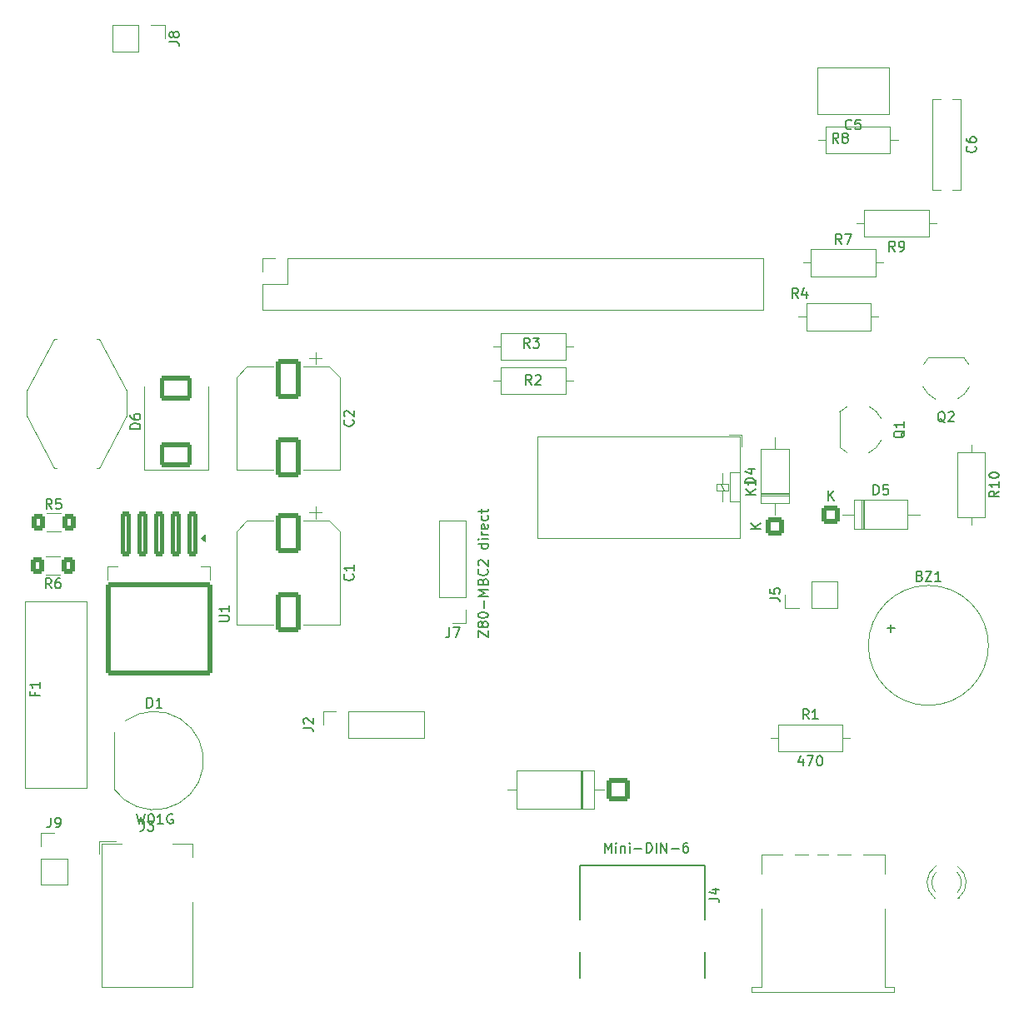
<source format=gbr>
%TF.GenerationSoftware,KiCad,Pcbnew,9.0.2*%
%TF.CreationDate,2025-10-25T15:21:40+02:00*%
%TF.ProjectId,VT100,50695a65-726f-45f5-9654-3130302e6b69,rev?*%
%TF.SameCoordinates,PX5e9ac00PYa0ca1c0*%
%TF.FileFunction,Legend,Top*%
%TF.FilePolarity,Positive*%
%FSLAX46Y46*%
G04 Gerber Fmt 4.6, Leading zero omitted, Abs format (unit mm)*
G04 Created by KiCad (PCBNEW 9.0.2) date 2025-10-25 15:21:40*
%MOMM*%
%LPD*%
G01*
G04 APERTURE LIST*
G04 Aperture macros list*
%AMRoundRect*
0 Rectangle with rounded corners*
0 $1 Rounding radius*
0 $2 $3 $4 $5 $6 $7 $8 $9 X,Y pos of 4 corners*
0 Add a 4 corners polygon primitive as box body*
4,1,4,$2,$3,$4,$5,$6,$7,$8,$9,$2,$3,0*
0 Add four circle primitives for the rounded corners*
1,1,$1+$1,$2,$3*
1,1,$1+$1,$4,$5*
1,1,$1+$1,$6,$7*
1,1,$1+$1,$8,$9*
0 Add four rect primitives between the rounded corners*
20,1,$1+$1,$2,$3,$4,$5,0*
20,1,$1+$1,$4,$5,$6,$7,0*
20,1,$1+$1,$6,$7,$8,$9,0*
20,1,$1+$1,$8,$9,$2,$3,0*%
G04 Aperture macros list end*
%ADD10C,0.150000*%
%ADD11C,0.120000*%
%ADD12C,2.000000*%
%ADD13RoundRect,0.250000X-0.650000X-0.650000X0.650000X-0.650000X0.650000X0.650000X-0.650000X0.650000X0*%
%ADD14C,1.800000*%
%ADD15RoundRect,0.250000X0.650000X-0.650000X0.650000X0.650000X-0.650000X0.650000X-0.650000X-0.650000X0*%
%ADD16R,1.700000X1.700000*%
%ADD17C,1.700000*%
%ADD18O,1.700000X1.700000*%
%ADD19RoundRect,0.250000X-0.400000X-0.625000X0.400000X-0.625000X0.400000X0.625000X-0.400000X0.625000X0*%
%ADD20C,3.200000*%
%ADD21R,1.500000X1.500000*%
%ADD22C,1.500000*%
%ADD23C,1.600000*%
%ADD24RoundRect,0.250000X-0.300000X2.000000X-0.300000X-2.000000X0.300000X-2.000000X0.300000X2.000000X0*%
%ADD25RoundRect,0.250000X-0.300000X2.050000X-0.300000X-2.050000X0.300000X-2.050000X0.300000X2.050000X0*%
%ADD26RoundRect,0.250002X-5.149998X4.449998X-5.149998X-4.449998X5.149998X-4.449998X5.149998X4.449998X0*%
%ADD27O,1.200000X2.200000*%
%ADD28O,2.000000X1.200000*%
%ADD29C,3.400000*%
%ADD30R,2.200000X1.300000*%
%ADD31O,2.200000X1.300000*%
%ADD32R,4.600000X2.000000*%
%ADD33O,4.200000X2.000000*%
%ADD34O,2.000000X4.200000*%
%ADD35R,1.400000X1.400000*%
%ADD36C,1.400000*%
%ADD37R,1.600000X1.600000*%
%ADD38RoundRect,0.250000X1.400000X1.000000X-1.400000X1.000000X-1.400000X-1.000000X1.400000X-1.000000X0*%
%ADD39RoundRect,0.250000X-1.000000X1.750000X-1.000000X-1.750000X1.000000X-1.750000X1.000000X1.750000X0*%
%ADD40R,2.000000X2.000000*%
%ADD41O,2.000000X2.000000*%
%ADD42RoundRect,0.250001X0.949999X0.949999X-0.949999X0.949999X-0.949999X-0.949999X0.949999X-0.949999X0*%
%ADD43C,2.400000*%
%ADD44R,3.000000X3.000000*%
%ADD45R,1.300000X2.500000*%
%ADD46O,1.200000X2.500000*%
%ADD47O,1.500000X2.500000*%
%ADD48C,3.000000*%
%ADD49RoundRect,0.250000X0.400000X0.625000X-0.400000X0.625000X-0.400000X-0.625000X0.400000X-0.625000X0*%
G04 APERTURE END LIST*
D10*
X1131009Y30416667D02*
X1131009Y30083334D01*
X1654819Y30083334D02*
X654819Y30083334D01*
X654819Y30083334D02*
X654819Y30559524D01*
X1654819Y31464286D02*
X1654819Y30892858D01*
X1654819Y31178572D02*
X654819Y31178572D01*
X654819Y31178572D02*
X797676Y31083334D01*
X797676Y31083334D02*
X892914Y30988096D01*
X892914Y30988096D02*
X940533Y30892858D01*
X86381905Y50515181D02*
X86381905Y51515181D01*
X86381905Y51515181D02*
X86620000Y51515181D01*
X86620000Y51515181D02*
X86762857Y51467562D01*
X86762857Y51467562D02*
X86858095Y51372324D01*
X86858095Y51372324D02*
X86905714Y51277086D01*
X86905714Y51277086D02*
X86953333Y51086610D01*
X86953333Y51086610D02*
X86953333Y50943753D01*
X86953333Y50943753D02*
X86905714Y50753277D01*
X86905714Y50753277D02*
X86858095Y50658039D01*
X86858095Y50658039D02*
X86762857Y50562800D01*
X86762857Y50562800D02*
X86620000Y50515181D01*
X86620000Y50515181D02*
X86381905Y50515181D01*
X87858095Y51515181D02*
X87381905Y51515181D01*
X87381905Y51515181D02*
X87334286Y51038991D01*
X87334286Y51038991D02*
X87381905Y51086610D01*
X87381905Y51086610D02*
X87477143Y51134229D01*
X87477143Y51134229D02*
X87715238Y51134229D01*
X87715238Y51134229D02*
X87810476Y51086610D01*
X87810476Y51086610D02*
X87858095Y51038991D01*
X87858095Y51038991D02*
X87905714Y50943753D01*
X87905714Y50943753D02*
X87905714Y50705658D01*
X87905714Y50705658D02*
X87858095Y50610420D01*
X87858095Y50610420D02*
X87810476Y50562800D01*
X87810476Y50562800D02*
X87715238Y50515181D01*
X87715238Y50515181D02*
X87477143Y50515181D01*
X87477143Y50515181D02*
X87381905Y50562800D01*
X87381905Y50562800D02*
X87334286Y50610420D01*
X81778095Y49945181D02*
X81778095Y50945181D01*
X82349523Y49945181D02*
X81920952Y50516610D01*
X82349523Y50945181D02*
X81778095Y50373753D01*
X74324819Y51671906D02*
X73324819Y51671906D01*
X73324819Y51671906D02*
X73324819Y51910001D01*
X73324819Y51910001D02*
X73372438Y52052858D01*
X73372438Y52052858D02*
X73467676Y52148096D01*
X73467676Y52148096D02*
X73562914Y52195715D01*
X73562914Y52195715D02*
X73753390Y52243334D01*
X73753390Y52243334D02*
X73896247Y52243334D01*
X73896247Y52243334D02*
X74086723Y52195715D01*
X74086723Y52195715D02*
X74181961Y52148096D01*
X74181961Y52148096D02*
X74277200Y52052858D01*
X74277200Y52052858D02*
X74324819Y51910001D01*
X74324819Y51910001D02*
X74324819Y51671906D01*
X73658152Y53100477D02*
X74324819Y53100477D01*
X73277200Y52862382D02*
X73991485Y52624287D01*
X73991485Y52624287D02*
X73991485Y53243334D01*
X74894819Y47068096D02*
X73894819Y47068096D01*
X74894819Y47639524D02*
X74323390Y47210953D01*
X73894819Y47639524D02*
X74466247Y47068096D01*
X14809819Y96566667D02*
X15524104Y96566667D01*
X15524104Y96566667D02*
X15666961Y96519048D01*
X15666961Y96519048D02*
X15762200Y96423810D01*
X15762200Y96423810D02*
X15809819Y96280953D01*
X15809819Y96280953D02*
X15809819Y96185715D01*
X15238390Y97185715D02*
X15190771Y97090477D01*
X15190771Y97090477D02*
X15143152Y97042858D01*
X15143152Y97042858D02*
X15047914Y96995239D01*
X15047914Y96995239D02*
X15000295Y96995239D01*
X15000295Y96995239D02*
X14905057Y97042858D01*
X14905057Y97042858D02*
X14857438Y97090477D01*
X14857438Y97090477D02*
X14809819Y97185715D01*
X14809819Y97185715D02*
X14809819Y97376191D01*
X14809819Y97376191D02*
X14857438Y97471429D01*
X14857438Y97471429D02*
X14905057Y97519048D01*
X14905057Y97519048D02*
X15000295Y97566667D01*
X15000295Y97566667D02*
X15047914Y97566667D01*
X15047914Y97566667D02*
X15143152Y97519048D01*
X15143152Y97519048D02*
X15190771Y97471429D01*
X15190771Y97471429D02*
X15238390Y97376191D01*
X15238390Y97376191D02*
X15238390Y97185715D01*
X15238390Y97185715D02*
X15286009Y97090477D01*
X15286009Y97090477D02*
X15333628Y97042858D01*
X15333628Y97042858D02*
X15428866Y96995239D01*
X15428866Y96995239D02*
X15619342Y96995239D01*
X15619342Y96995239D02*
X15714580Y97042858D01*
X15714580Y97042858D02*
X15762200Y97090477D01*
X15762200Y97090477D02*
X15809819Y97185715D01*
X15809819Y97185715D02*
X15809819Y97376191D01*
X15809819Y97376191D02*
X15762200Y97471429D01*
X15762200Y97471429D02*
X15714580Y97519048D01*
X15714580Y97519048D02*
X15619342Y97566667D01*
X15619342Y97566667D02*
X15428866Y97566667D01*
X15428866Y97566667D02*
X15333628Y97519048D01*
X15333628Y97519048D02*
X15286009Y97471429D01*
X15286009Y97471429D02*
X15238390Y97376191D01*
X2883333Y49075181D02*
X2550000Y49551372D01*
X2311905Y49075181D02*
X2311905Y50075181D01*
X2311905Y50075181D02*
X2692857Y50075181D01*
X2692857Y50075181D02*
X2788095Y50027562D01*
X2788095Y50027562D02*
X2835714Y49979943D01*
X2835714Y49979943D02*
X2883333Y49884705D01*
X2883333Y49884705D02*
X2883333Y49741848D01*
X2883333Y49741848D02*
X2835714Y49646610D01*
X2835714Y49646610D02*
X2788095Y49598991D01*
X2788095Y49598991D02*
X2692857Y49551372D01*
X2692857Y49551372D02*
X2311905Y49551372D01*
X3788095Y50075181D02*
X3311905Y50075181D01*
X3311905Y50075181D02*
X3264286Y49598991D01*
X3264286Y49598991D02*
X3311905Y49646610D01*
X3311905Y49646610D02*
X3407143Y49694229D01*
X3407143Y49694229D02*
X3645238Y49694229D01*
X3645238Y49694229D02*
X3740476Y49646610D01*
X3740476Y49646610D02*
X3788095Y49598991D01*
X3788095Y49598991D02*
X3835714Y49503753D01*
X3835714Y49503753D02*
X3835714Y49265658D01*
X3835714Y49265658D02*
X3788095Y49170420D01*
X3788095Y49170420D02*
X3740476Y49122800D01*
X3740476Y49122800D02*
X3645238Y49075181D01*
X3645238Y49075181D02*
X3407143Y49075181D01*
X3407143Y49075181D02*
X3311905Y49122800D01*
X3311905Y49122800D02*
X3264286Y49170420D01*
X28444819Y26816667D02*
X29159104Y26816667D01*
X29159104Y26816667D02*
X29301961Y26769048D01*
X29301961Y26769048D02*
X29397200Y26673810D01*
X29397200Y26673810D02*
X29444819Y26530953D01*
X29444819Y26530953D02*
X29444819Y26435715D01*
X28540057Y27245239D02*
X28492438Y27292858D01*
X28492438Y27292858D02*
X28444819Y27388096D01*
X28444819Y27388096D02*
X28444819Y27626191D01*
X28444819Y27626191D02*
X28492438Y27721429D01*
X28492438Y27721429D02*
X28540057Y27769048D01*
X28540057Y27769048D02*
X28635295Y27816667D01*
X28635295Y27816667D02*
X28730533Y27816667D01*
X28730533Y27816667D02*
X28873390Y27769048D01*
X28873390Y27769048D02*
X29444819Y27197620D01*
X29444819Y27197620D02*
X29444819Y27816667D01*
X89540057Y57034762D02*
X89492438Y56939524D01*
X89492438Y56939524D02*
X89397200Y56844286D01*
X89397200Y56844286D02*
X89254342Y56701429D01*
X89254342Y56701429D02*
X89206723Y56606191D01*
X89206723Y56606191D02*
X89206723Y56510953D01*
X89444819Y56558572D02*
X89397200Y56463334D01*
X89397200Y56463334D02*
X89301961Y56368096D01*
X89301961Y56368096D02*
X89111485Y56320477D01*
X89111485Y56320477D02*
X88778152Y56320477D01*
X88778152Y56320477D02*
X88587676Y56368096D01*
X88587676Y56368096D02*
X88492438Y56463334D01*
X88492438Y56463334D02*
X88444819Y56558572D01*
X88444819Y56558572D02*
X88444819Y56749048D01*
X88444819Y56749048D02*
X88492438Y56844286D01*
X88492438Y56844286D02*
X88587676Y56939524D01*
X88587676Y56939524D02*
X88778152Y56987143D01*
X88778152Y56987143D02*
X89111485Y56987143D01*
X89111485Y56987143D02*
X89301961Y56939524D01*
X89301961Y56939524D02*
X89397200Y56844286D01*
X89397200Y56844286D02*
X89444819Y56749048D01*
X89444819Y56749048D02*
X89444819Y56558572D01*
X89444819Y57939524D02*
X89444819Y57368096D01*
X89444819Y57653810D02*
X88444819Y57653810D01*
X88444819Y57653810D02*
X88587676Y57558572D01*
X88587676Y57558572D02*
X88682914Y57463334D01*
X88682914Y57463334D02*
X88730533Y57368096D01*
X96709580Y85933334D02*
X96757200Y85885715D01*
X96757200Y85885715D02*
X96804819Y85742858D01*
X96804819Y85742858D02*
X96804819Y85647620D01*
X96804819Y85647620D02*
X96757200Y85504763D01*
X96757200Y85504763D02*
X96661961Y85409525D01*
X96661961Y85409525D02*
X96566723Y85361906D01*
X96566723Y85361906D02*
X96376247Y85314287D01*
X96376247Y85314287D02*
X96233390Y85314287D01*
X96233390Y85314287D02*
X96042914Y85361906D01*
X96042914Y85361906D02*
X95947676Y85409525D01*
X95947676Y85409525D02*
X95852438Y85504763D01*
X95852438Y85504763D02*
X95804819Y85647620D01*
X95804819Y85647620D02*
X95804819Y85742858D01*
X95804819Y85742858D02*
X95852438Y85885715D01*
X95852438Y85885715D02*
X95900057Y85933334D01*
X95804819Y86790477D02*
X95804819Y86600001D01*
X95804819Y86600001D02*
X95852438Y86504763D01*
X95852438Y86504763D02*
X95900057Y86457144D01*
X95900057Y86457144D02*
X96042914Y86361906D01*
X96042914Y86361906D02*
X96233390Y86314287D01*
X96233390Y86314287D02*
X96614342Y86314287D01*
X96614342Y86314287D02*
X96709580Y86361906D01*
X96709580Y86361906D02*
X96757200Y86409525D01*
X96757200Y86409525D02*
X96804819Y86504763D01*
X96804819Y86504763D02*
X96804819Y86695239D01*
X96804819Y86695239D02*
X96757200Y86790477D01*
X96757200Y86790477D02*
X96709580Y86838096D01*
X96709580Y86838096D02*
X96614342Y86885715D01*
X96614342Y86885715D02*
X96376247Y86885715D01*
X96376247Y86885715D02*
X96281009Y86838096D01*
X96281009Y86838096D02*
X96233390Y86790477D01*
X96233390Y86790477D02*
X96185771Y86695239D01*
X96185771Y86695239D02*
X96185771Y86504763D01*
X96185771Y86504763D02*
X96233390Y86409525D01*
X96233390Y86409525D02*
X96281009Y86361906D01*
X96281009Y86361906D02*
X96376247Y86314287D01*
X19879819Y37663096D02*
X20689342Y37663096D01*
X20689342Y37663096D02*
X20784580Y37710715D01*
X20784580Y37710715D02*
X20832200Y37758334D01*
X20832200Y37758334D02*
X20879819Y37853572D01*
X20879819Y37853572D02*
X20879819Y38044048D01*
X20879819Y38044048D02*
X20832200Y38139286D01*
X20832200Y38139286D02*
X20784580Y38186905D01*
X20784580Y38186905D02*
X20689342Y38234524D01*
X20689342Y38234524D02*
X19879819Y38234524D01*
X20879819Y39234524D02*
X20879819Y38663096D01*
X20879819Y38948810D02*
X19879819Y38948810D01*
X19879819Y38948810D02*
X20022676Y38853572D01*
X20022676Y38853572D02*
X20117914Y38758334D01*
X20117914Y38758334D02*
X20165533Y38663096D01*
X84133333Y87740420D02*
X84085714Y87692800D01*
X84085714Y87692800D02*
X83942857Y87645181D01*
X83942857Y87645181D02*
X83847619Y87645181D01*
X83847619Y87645181D02*
X83704762Y87692800D01*
X83704762Y87692800D02*
X83609524Y87788039D01*
X83609524Y87788039D02*
X83561905Y87883277D01*
X83561905Y87883277D02*
X83514286Y88073753D01*
X83514286Y88073753D02*
X83514286Y88216610D01*
X83514286Y88216610D02*
X83561905Y88407086D01*
X83561905Y88407086D02*
X83609524Y88502324D01*
X83609524Y88502324D02*
X83704762Y88597562D01*
X83704762Y88597562D02*
X83847619Y88645181D01*
X83847619Y88645181D02*
X83942857Y88645181D01*
X83942857Y88645181D02*
X84085714Y88597562D01*
X84085714Y88597562D02*
X84133333Y88549943D01*
X85038095Y88645181D02*
X84561905Y88645181D01*
X84561905Y88645181D02*
X84514286Y88168991D01*
X84514286Y88168991D02*
X84561905Y88216610D01*
X84561905Y88216610D02*
X84657143Y88264229D01*
X84657143Y88264229D02*
X84895238Y88264229D01*
X84895238Y88264229D02*
X84990476Y88216610D01*
X84990476Y88216610D02*
X85038095Y88168991D01*
X85038095Y88168991D02*
X85085714Y88073753D01*
X85085714Y88073753D02*
X85085714Y87835658D01*
X85085714Y87835658D02*
X85038095Y87740420D01*
X85038095Y87740420D02*
X84990476Y87692800D01*
X84990476Y87692800D02*
X84895238Y87645181D01*
X84895238Y87645181D02*
X84657143Y87645181D01*
X84657143Y87645181D02*
X84561905Y87692800D01*
X84561905Y87692800D02*
X84514286Y87740420D01*
X69684319Y9491867D02*
X70398604Y9491867D01*
X70398604Y9491867D02*
X70541461Y9444248D01*
X70541461Y9444248D02*
X70636700Y9349010D01*
X70636700Y9349010D02*
X70684319Y9206153D01*
X70684319Y9206153D02*
X70684319Y9110915D01*
X70017652Y10396629D02*
X70684319Y10396629D01*
X69636700Y10158534D02*
X70350985Y9920439D01*
X70350985Y9920439D02*
X70350985Y10539486D01*
X59061906Y14145181D02*
X59061906Y15145181D01*
X59061906Y15145181D02*
X59395239Y14430896D01*
X59395239Y14430896D02*
X59728572Y15145181D01*
X59728572Y15145181D02*
X59728572Y14145181D01*
X60204763Y14145181D02*
X60204763Y14811848D01*
X60204763Y15145181D02*
X60157144Y15097562D01*
X60157144Y15097562D02*
X60204763Y15049943D01*
X60204763Y15049943D02*
X60252382Y15097562D01*
X60252382Y15097562D02*
X60204763Y15145181D01*
X60204763Y15145181D02*
X60204763Y15049943D01*
X60680953Y14811848D02*
X60680953Y14145181D01*
X60680953Y14716610D02*
X60728572Y14764229D01*
X60728572Y14764229D02*
X60823810Y14811848D01*
X60823810Y14811848D02*
X60966667Y14811848D01*
X60966667Y14811848D02*
X61061905Y14764229D01*
X61061905Y14764229D02*
X61109524Y14668991D01*
X61109524Y14668991D02*
X61109524Y14145181D01*
X61585715Y14145181D02*
X61585715Y14811848D01*
X61585715Y15145181D02*
X61538096Y15097562D01*
X61538096Y15097562D02*
X61585715Y15049943D01*
X61585715Y15049943D02*
X61633334Y15097562D01*
X61633334Y15097562D02*
X61585715Y15145181D01*
X61585715Y15145181D02*
X61585715Y15049943D01*
X62061905Y14526134D02*
X62823810Y14526134D01*
X63300000Y14145181D02*
X63300000Y15145181D01*
X63300000Y15145181D02*
X63538095Y15145181D01*
X63538095Y15145181D02*
X63680952Y15097562D01*
X63680952Y15097562D02*
X63776190Y15002324D01*
X63776190Y15002324D02*
X63823809Y14907086D01*
X63823809Y14907086D02*
X63871428Y14716610D01*
X63871428Y14716610D02*
X63871428Y14573753D01*
X63871428Y14573753D02*
X63823809Y14383277D01*
X63823809Y14383277D02*
X63776190Y14288039D01*
X63776190Y14288039D02*
X63680952Y14192800D01*
X63680952Y14192800D02*
X63538095Y14145181D01*
X63538095Y14145181D02*
X63300000Y14145181D01*
X64300000Y14145181D02*
X64300000Y15145181D01*
X64776190Y14145181D02*
X64776190Y15145181D01*
X64776190Y15145181D02*
X65347618Y14145181D01*
X65347618Y14145181D02*
X65347618Y15145181D01*
X65823809Y14526134D02*
X66585714Y14526134D01*
X67490475Y15145181D02*
X67299999Y15145181D01*
X67299999Y15145181D02*
X67204761Y15097562D01*
X67204761Y15097562D02*
X67157142Y15049943D01*
X67157142Y15049943D02*
X67061904Y14907086D01*
X67061904Y14907086D02*
X67014285Y14716610D01*
X67014285Y14716610D02*
X67014285Y14335658D01*
X67014285Y14335658D02*
X67061904Y14240420D01*
X67061904Y14240420D02*
X67109523Y14192800D01*
X67109523Y14192800D02*
X67204761Y14145181D01*
X67204761Y14145181D02*
X67395237Y14145181D01*
X67395237Y14145181D02*
X67490475Y14192800D01*
X67490475Y14192800D02*
X67538094Y14240420D01*
X67538094Y14240420D02*
X67585713Y14335658D01*
X67585713Y14335658D02*
X67585713Y14573753D01*
X67585713Y14573753D02*
X67538094Y14668991D01*
X67538094Y14668991D02*
X67490475Y14716610D01*
X67490475Y14716610D02*
X67395237Y14764229D01*
X67395237Y14764229D02*
X67204761Y14764229D01*
X67204761Y14764229D02*
X67109523Y14716610D01*
X67109523Y14716610D02*
X67061904Y14668991D01*
X67061904Y14668991D02*
X67014285Y14573753D01*
X93654761Y57859943D02*
X93559523Y57907562D01*
X93559523Y57907562D02*
X93464285Y58002800D01*
X93464285Y58002800D02*
X93321428Y58145658D01*
X93321428Y58145658D02*
X93226190Y58193277D01*
X93226190Y58193277D02*
X93130952Y58193277D01*
X93178571Y57955181D02*
X93083333Y58002800D01*
X93083333Y58002800D02*
X92988095Y58098039D01*
X92988095Y58098039D02*
X92940476Y58288515D01*
X92940476Y58288515D02*
X92940476Y58621848D01*
X92940476Y58621848D02*
X92988095Y58812324D01*
X92988095Y58812324D02*
X93083333Y58907562D01*
X93083333Y58907562D02*
X93178571Y58955181D01*
X93178571Y58955181D02*
X93369047Y58955181D01*
X93369047Y58955181D02*
X93464285Y58907562D01*
X93464285Y58907562D02*
X93559523Y58812324D01*
X93559523Y58812324D02*
X93607142Y58621848D01*
X93607142Y58621848D02*
X93607142Y58288515D01*
X93607142Y58288515D02*
X93559523Y58098039D01*
X93559523Y58098039D02*
X93464285Y58002800D01*
X93464285Y58002800D02*
X93369047Y57955181D01*
X93369047Y57955181D02*
X93178571Y57955181D01*
X93988095Y58859943D02*
X94035714Y58907562D01*
X94035714Y58907562D02*
X94130952Y58955181D01*
X94130952Y58955181D02*
X94369047Y58955181D01*
X94369047Y58955181D02*
X94464285Y58907562D01*
X94464285Y58907562D02*
X94511904Y58859943D01*
X94511904Y58859943D02*
X94559523Y58764705D01*
X94559523Y58764705D02*
X94559523Y58669467D01*
X94559523Y58669467D02*
X94511904Y58526610D01*
X94511904Y58526610D02*
X93940476Y57955181D01*
X93940476Y57955181D02*
X94559523Y57955181D01*
X82813333Y86275181D02*
X82480000Y86751372D01*
X82241905Y86275181D02*
X82241905Y87275181D01*
X82241905Y87275181D02*
X82622857Y87275181D01*
X82622857Y87275181D02*
X82718095Y87227562D01*
X82718095Y87227562D02*
X82765714Y87179943D01*
X82765714Y87179943D02*
X82813333Y87084705D01*
X82813333Y87084705D02*
X82813333Y86941848D01*
X82813333Y86941848D02*
X82765714Y86846610D01*
X82765714Y86846610D02*
X82718095Y86798991D01*
X82718095Y86798991D02*
X82622857Y86751372D01*
X82622857Y86751372D02*
X82241905Y86751372D01*
X83384762Y86846610D02*
X83289524Y86894229D01*
X83289524Y86894229D02*
X83241905Y86941848D01*
X83241905Y86941848D02*
X83194286Y87037086D01*
X83194286Y87037086D02*
X83194286Y87084705D01*
X83194286Y87084705D02*
X83241905Y87179943D01*
X83241905Y87179943D02*
X83289524Y87227562D01*
X83289524Y87227562D02*
X83384762Y87275181D01*
X83384762Y87275181D02*
X83575238Y87275181D01*
X83575238Y87275181D02*
X83670476Y87227562D01*
X83670476Y87227562D02*
X83718095Y87179943D01*
X83718095Y87179943D02*
X83765714Y87084705D01*
X83765714Y87084705D02*
X83765714Y87037086D01*
X83765714Y87037086D02*
X83718095Y86941848D01*
X83718095Y86941848D02*
X83670476Y86894229D01*
X83670476Y86894229D02*
X83575238Y86846610D01*
X83575238Y86846610D02*
X83384762Y86846610D01*
X83384762Y86846610D02*
X83289524Y86798991D01*
X83289524Y86798991D02*
X83241905Y86751372D01*
X83241905Y86751372D02*
X83194286Y86656134D01*
X83194286Y86656134D02*
X83194286Y86465658D01*
X83194286Y86465658D02*
X83241905Y86370420D01*
X83241905Y86370420D02*
X83289524Y86322800D01*
X83289524Y86322800D02*
X83384762Y86275181D01*
X83384762Y86275181D02*
X83575238Y86275181D01*
X83575238Y86275181D02*
X83670476Y86322800D01*
X83670476Y86322800D02*
X83718095Y86370420D01*
X83718095Y86370420D02*
X83765714Y86465658D01*
X83765714Y86465658D02*
X83765714Y86656134D01*
X83765714Y86656134D02*
X83718095Y86751372D01*
X83718095Y86751372D02*
X83670476Y86798991D01*
X83670476Y86798991D02*
X83575238Y86846610D01*
X51433333Y65445181D02*
X51100000Y65921372D01*
X50861905Y65445181D02*
X50861905Y66445181D01*
X50861905Y66445181D02*
X51242857Y66445181D01*
X51242857Y66445181D02*
X51338095Y66397562D01*
X51338095Y66397562D02*
X51385714Y66349943D01*
X51385714Y66349943D02*
X51433333Y66254705D01*
X51433333Y66254705D02*
X51433333Y66111848D01*
X51433333Y66111848D02*
X51385714Y66016610D01*
X51385714Y66016610D02*
X51338095Y65968991D01*
X51338095Y65968991D02*
X51242857Y65921372D01*
X51242857Y65921372D02*
X50861905Y65921372D01*
X51766667Y66445181D02*
X52385714Y66445181D01*
X52385714Y66445181D02*
X52052381Y66064229D01*
X52052381Y66064229D02*
X52195238Y66064229D01*
X52195238Y66064229D02*
X52290476Y66016610D01*
X52290476Y66016610D02*
X52338095Y65968991D01*
X52338095Y65968991D02*
X52385714Y65873753D01*
X52385714Y65873753D02*
X52385714Y65635658D01*
X52385714Y65635658D02*
X52338095Y65540420D01*
X52338095Y65540420D02*
X52290476Y65492800D01*
X52290476Y65492800D02*
X52195238Y65445181D01*
X52195238Y65445181D02*
X51909524Y65445181D01*
X51909524Y65445181D02*
X51814286Y65492800D01*
X51814286Y65492800D02*
X51766667Y65540420D01*
X12216666Y17345181D02*
X12216666Y16630896D01*
X12216666Y16630896D02*
X12169047Y16488039D01*
X12169047Y16488039D02*
X12073809Y16392800D01*
X12073809Y16392800D02*
X11930952Y16345181D01*
X11930952Y16345181D02*
X11835714Y16345181D01*
X12597619Y17345181D02*
X13216666Y17345181D01*
X13216666Y17345181D02*
X12883333Y16964229D01*
X12883333Y16964229D02*
X13026190Y16964229D01*
X13026190Y16964229D02*
X13121428Y16916610D01*
X13121428Y16916610D02*
X13169047Y16868991D01*
X13169047Y16868991D02*
X13216666Y16773753D01*
X13216666Y16773753D02*
X13216666Y16535658D01*
X13216666Y16535658D02*
X13169047Y16440420D01*
X13169047Y16440420D02*
X13121428Y16392800D01*
X13121428Y16392800D02*
X13026190Y16345181D01*
X13026190Y16345181D02*
X12740476Y16345181D01*
X12740476Y16345181D02*
X12645238Y16392800D01*
X12645238Y16392800D02*
X12597619Y16440420D01*
X74374819Y50551906D02*
X73374819Y50551906D01*
X74374819Y51123334D02*
X73803390Y50694763D01*
X73374819Y51123334D02*
X73946247Y50551906D01*
X74374819Y52075715D02*
X74374819Y51504287D01*
X74374819Y51790001D02*
X73374819Y51790001D01*
X73374819Y51790001D02*
X73517676Y51694763D01*
X73517676Y51694763D02*
X73612914Y51599525D01*
X73612914Y51599525D02*
X73660533Y51504287D01*
X78713333Y70515181D02*
X78380000Y70991372D01*
X78141905Y70515181D02*
X78141905Y71515181D01*
X78141905Y71515181D02*
X78522857Y71515181D01*
X78522857Y71515181D02*
X78618095Y71467562D01*
X78618095Y71467562D02*
X78665714Y71419943D01*
X78665714Y71419943D02*
X78713333Y71324705D01*
X78713333Y71324705D02*
X78713333Y71181848D01*
X78713333Y71181848D02*
X78665714Y71086610D01*
X78665714Y71086610D02*
X78618095Y71038991D01*
X78618095Y71038991D02*
X78522857Y70991372D01*
X78522857Y70991372D02*
X78141905Y70991372D01*
X79570476Y71181848D02*
X79570476Y70515181D01*
X79332381Y71562800D02*
X79094286Y70848515D01*
X79094286Y70848515D02*
X79713333Y70848515D01*
X75849819Y40016667D02*
X76564104Y40016667D01*
X76564104Y40016667D02*
X76706961Y39969048D01*
X76706961Y39969048D02*
X76802200Y39873810D01*
X76802200Y39873810D02*
X76849819Y39730953D01*
X76849819Y39730953D02*
X76849819Y39635715D01*
X75849819Y40969048D02*
X75849819Y40492858D01*
X75849819Y40492858D02*
X76326009Y40445239D01*
X76326009Y40445239D02*
X76278390Y40492858D01*
X76278390Y40492858D02*
X76230771Y40588096D01*
X76230771Y40588096D02*
X76230771Y40826191D01*
X76230771Y40826191D02*
X76278390Y40921429D01*
X76278390Y40921429D02*
X76326009Y40969048D01*
X76326009Y40969048D02*
X76421247Y41016667D01*
X76421247Y41016667D02*
X76659342Y41016667D01*
X76659342Y41016667D02*
X76754580Y40969048D01*
X76754580Y40969048D02*
X76802200Y40921429D01*
X76802200Y40921429D02*
X76849819Y40826191D01*
X76849819Y40826191D02*
X76849819Y40588096D01*
X76849819Y40588096D02*
X76802200Y40492858D01*
X76802200Y40492858D02*
X76754580Y40445239D01*
X91069047Y42268991D02*
X91211904Y42221372D01*
X91211904Y42221372D02*
X91259523Y42173753D01*
X91259523Y42173753D02*
X91307142Y42078515D01*
X91307142Y42078515D02*
X91307142Y41935658D01*
X91307142Y41935658D02*
X91259523Y41840420D01*
X91259523Y41840420D02*
X91211904Y41792800D01*
X91211904Y41792800D02*
X91116666Y41745181D01*
X91116666Y41745181D02*
X90735714Y41745181D01*
X90735714Y41745181D02*
X90735714Y42745181D01*
X90735714Y42745181D02*
X91069047Y42745181D01*
X91069047Y42745181D02*
X91164285Y42697562D01*
X91164285Y42697562D02*
X91211904Y42649943D01*
X91211904Y42649943D02*
X91259523Y42554705D01*
X91259523Y42554705D02*
X91259523Y42459467D01*
X91259523Y42459467D02*
X91211904Y42364229D01*
X91211904Y42364229D02*
X91164285Y42316610D01*
X91164285Y42316610D02*
X91069047Y42268991D01*
X91069047Y42268991D02*
X90735714Y42268991D01*
X91640476Y42745181D02*
X92307142Y42745181D01*
X92307142Y42745181D02*
X91640476Y41745181D01*
X91640476Y41745181D02*
X92307142Y41745181D01*
X93211904Y41745181D02*
X92640476Y41745181D01*
X92926190Y41745181D02*
X92926190Y42745181D01*
X92926190Y42745181D02*
X92830952Y42602324D01*
X92830952Y42602324D02*
X92735714Y42507086D01*
X92735714Y42507086D02*
X92640476Y42459467D01*
X87769048Y36926134D02*
X88530953Y36926134D01*
X88150000Y36545181D02*
X88150000Y37307086D01*
X11854819Y57211906D02*
X10854819Y57211906D01*
X10854819Y57211906D02*
X10854819Y57450001D01*
X10854819Y57450001D02*
X10902438Y57592858D01*
X10902438Y57592858D02*
X10997676Y57688096D01*
X10997676Y57688096D02*
X11092914Y57735715D01*
X11092914Y57735715D02*
X11283390Y57783334D01*
X11283390Y57783334D02*
X11426247Y57783334D01*
X11426247Y57783334D02*
X11616723Y57735715D01*
X11616723Y57735715D02*
X11711961Y57688096D01*
X11711961Y57688096D02*
X11807200Y57592858D01*
X11807200Y57592858D02*
X11854819Y57450001D01*
X11854819Y57450001D02*
X11854819Y57211906D01*
X10854819Y58640477D02*
X10854819Y58450001D01*
X10854819Y58450001D02*
X10902438Y58354763D01*
X10902438Y58354763D02*
X10950057Y58307144D01*
X10950057Y58307144D02*
X11092914Y58211906D01*
X11092914Y58211906D02*
X11283390Y58164287D01*
X11283390Y58164287D02*
X11664342Y58164287D01*
X11664342Y58164287D02*
X11759580Y58211906D01*
X11759580Y58211906D02*
X11807200Y58259525D01*
X11807200Y58259525D02*
X11854819Y58354763D01*
X11854819Y58354763D02*
X11854819Y58545239D01*
X11854819Y58545239D02*
X11807200Y58640477D01*
X11807200Y58640477D02*
X11759580Y58688096D01*
X11759580Y58688096D02*
X11664342Y58735715D01*
X11664342Y58735715D02*
X11426247Y58735715D01*
X11426247Y58735715D02*
X11331009Y58688096D01*
X11331009Y58688096D02*
X11283390Y58640477D01*
X11283390Y58640477D02*
X11235771Y58545239D01*
X11235771Y58545239D02*
X11235771Y58354763D01*
X11235771Y58354763D02*
X11283390Y58259525D01*
X11283390Y58259525D02*
X11331009Y58211906D01*
X11331009Y58211906D02*
X11426247Y58164287D01*
X33459580Y58115834D02*
X33507200Y58068215D01*
X33507200Y58068215D02*
X33554819Y57925358D01*
X33554819Y57925358D02*
X33554819Y57830120D01*
X33554819Y57830120D02*
X33507200Y57687263D01*
X33507200Y57687263D02*
X33411961Y57592025D01*
X33411961Y57592025D02*
X33316723Y57544406D01*
X33316723Y57544406D02*
X33126247Y57496787D01*
X33126247Y57496787D02*
X32983390Y57496787D01*
X32983390Y57496787D02*
X32792914Y57544406D01*
X32792914Y57544406D02*
X32697676Y57592025D01*
X32697676Y57592025D02*
X32602438Y57687263D01*
X32602438Y57687263D02*
X32554819Y57830120D01*
X32554819Y57830120D02*
X32554819Y57925358D01*
X32554819Y57925358D02*
X32602438Y58068215D01*
X32602438Y58068215D02*
X32650057Y58115834D01*
X32650057Y58496787D02*
X32602438Y58544406D01*
X32602438Y58544406D02*
X32554819Y58639644D01*
X32554819Y58639644D02*
X32554819Y58877739D01*
X32554819Y58877739D02*
X32602438Y58972977D01*
X32602438Y58972977D02*
X32650057Y59020596D01*
X32650057Y59020596D02*
X32745295Y59068215D01*
X32745295Y59068215D02*
X32840533Y59068215D01*
X32840533Y59068215D02*
X32983390Y59020596D01*
X32983390Y59020596D02*
X33554819Y58449168D01*
X33554819Y58449168D02*
X33554819Y59068215D01*
X12551905Y28877181D02*
X12551905Y29877181D01*
X12551905Y29877181D02*
X12790000Y29877181D01*
X12790000Y29877181D02*
X12932857Y29829562D01*
X12932857Y29829562D02*
X13028095Y29734324D01*
X13028095Y29734324D02*
X13075714Y29639086D01*
X13075714Y29639086D02*
X13123333Y29448610D01*
X13123333Y29448610D02*
X13123333Y29305753D01*
X13123333Y29305753D02*
X13075714Y29115277D01*
X13075714Y29115277D02*
X13028095Y29020039D01*
X13028095Y29020039D02*
X12932857Y28924800D01*
X12932857Y28924800D02*
X12790000Y28877181D01*
X12790000Y28877181D02*
X12551905Y28877181D01*
X14075714Y28877181D02*
X13504286Y28877181D01*
X13790000Y28877181D02*
X13790000Y29877181D01*
X13790000Y29877181D02*
X13694762Y29734324D01*
X13694762Y29734324D02*
X13599524Y29639086D01*
X13599524Y29639086D02*
X13504286Y29591467D01*
X11472548Y18066181D02*
X11710643Y17066181D01*
X11710643Y17066181D02*
X11901119Y17780467D01*
X11901119Y17780467D02*
X12091595Y17066181D01*
X12091595Y17066181D02*
X12329691Y18066181D01*
X12901119Y18066181D02*
X12996357Y18066181D01*
X12996357Y18066181D02*
X13091595Y18018562D01*
X13091595Y18018562D02*
X13139214Y17970943D01*
X13139214Y17970943D02*
X13186833Y17875705D01*
X13186833Y17875705D02*
X13234452Y17685229D01*
X13234452Y17685229D02*
X13234452Y17447134D01*
X13234452Y17447134D02*
X13186833Y17256658D01*
X13186833Y17256658D02*
X13139214Y17161420D01*
X13139214Y17161420D02*
X13091595Y17113800D01*
X13091595Y17113800D02*
X12996357Y17066181D01*
X12996357Y17066181D02*
X12901119Y17066181D01*
X12901119Y17066181D02*
X12805881Y17113800D01*
X12805881Y17113800D02*
X12758262Y17161420D01*
X12758262Y17161420D02*
X12710643Y17256658D01*
X12710643Y17256658D02*
X12663024Y17447134D01*
X12663024Y17447134D02*
X12663024Y17685229D01*
X12663024Y17685229D02*
X12710643Y17875705D01*
X12710643Y17875705D02*
X12758262Y17970943D01*
X12758262Y17970943D02*
X12805881Y18018562D01*
X12805881Y18018562D02*
X12901119Y18066181D01*
X14186833Y17066181D02*
X13615405Y17066181D01*
X13901119Y17066181D02*
X13901119Y18066181D01*
X13901119Y18066181D02*
X13805881Y17923324D01*
X13805881Y17923324D02*
X13710643Y17828086D01*
X13710643Y17828086D02*
X13615405Y17780467D01*
X15139214Y18018562D02*
X15043976Y18066181D01*
X15043976Y18066181D02*
X14901119Y18066181D01*
X14901119Y18066181D02*
X14758262Y18018562D01*
X14758262Y18018562D02*
X14663024Y17923324D01*
X14663024Y17923324D02*
X14615405Y17828086D01*
X14615405Y17828086D02*
X14567786Y17637610D01*
X14567786Y17637610D02*
X14567786Y17494753D01*
X14567786Y17494753D02*
X14615405Y17304277D01*
X14615405Y17304277D02*
X14663024Y17209039D01*
X14663024Y17209039D02*
X14758262Y17113800D01*
X14758262Y17113800D02*
X14901119Y17066181D01*
X14901119Y17066181D02*
X14996357Y17066181D01*
X14996357Y17066181D02*
X15139214Y17113800D01*
X15139214Y17113800D02*
X15186833Y17161420D01*
X15186833Y17161420D02*
X15186833Y17494753D01*
X15186833Y17494753D02*
X14996357Y17494753D01*
X79783333Y27715181D02*
X79450000Y28191372D01*
X79211905Y27715181D02*
X79211905Y28715181D01*
X79211905Y28715181D02*
X79592857Y28715181D01*
X79592857Y28715181D02*
X79688095Y28667562D01*
X79688095Y28667562D02*
X79735714Y28619943D01*
X79735714Y28619943D02*
X79783333Y28524705D01*
X79783333Y28524705D02*
X79783333Y28381848D01*
X79783333Y28381848D02*
X79735714Y28286610D01*
X79735714Y28286610D02*
X79688095Y28238991D01*
X79688095Y28238991D02*
X79592857Y28191372D01*
X79592857Y28191372D02*
X79211905Y28191372D01*
X80735714Y27715181D02*
X80164286Y27715181D01*
X80450000Y27715181D02*
X80450000Y28715181D01*
X80450000Y28715181D02*
X80354762Y28572324D01*
X80354762Y28572324D02*
X80259524Y28477086D01*
X80259524Y28477086D02*
X80164286Y28429467D01*
X79188095Y23641848D02*
X79188095Y22975181D01*
X78950000Y24022800D02*
X78711905Y23308515D01*
X78711905Y23308515D02*
X79330952Y23308515D01*
X79616667Y23975181D02*
X80283333Y23975181D01*
X80283333Y23975181D02*
X79854762Y22975181D01*
X80854762Y23975181D02*
X80950000Y23975181D01*
X80950000Y23975181D02*
X81045238Y23927562D01*
X81045238Y23927562D02*
X81092857Y23879943D01*
X81092857Y23879943D02*
X81140476Y23784705D01*
X81140476Y23784705D02*
X81188095Y23594229D01*
X81188095Y23594229D02*
X81188095Y23356134D01*
X81188095Y23356134D02*
X81140476Y23165658D01*
X81140476Y23165658D02*
X81092857Y23070420D01*
X81092857Y23070420D02*
X81045238Y23022800D01*
X81045238Y23022800D02*
X80950000Y22975181D01*
X80950000Y22975181D02*
X80854762Y22975181D01*
X80854762Y22975181D02*
X80759524Y23022800D01*
X80759524Y23022800D02*
X80711905Y23070420D01*
X80711905Y23070420D02*
X80664286Y23165658D01*
X80664286Y23165658D02*
X80616667Y23356134D01*
X80616667Y23356134D02*
X80616667Y23594229D01*
X80616667Y23594229D02*
X80664286Y23784705D01*
X80664286Y23784705D02*
X80711905Y23879943D01*
X80711905Y23879943D02*
X80759524Y23927562D01*
X80759524Y23927562D02*
X80854762Y23975181D01*
X99124819Y50877143D02*
X98648628Y50543810D01*
X99124819Y50305715D02*
X98124819Y50305715D01*
X98124819Y50305715D02*
X98124819Y50686667D01*
X98124819Y50686667D02*
X98172438Y50781905D01*
X98172438Y50781905D02*
X98220057Y50829524D01*
X98220057Y50829524D02*
X98315295Y50877143D01*
X98315295Y50877143D02*
X98458152Y50877143D01*
X98458152Y50877143D02*
X98553390Y50829524D01*
X98553390Y50829524D02*
X98601009Y50781905D01*
X98601009Y50781905D02*
X98648628Y50686667D01*
X98648628Y50686667D02*
X98648628Y50305715D01*
X99124819Y51829524D02*
X99124819Y51258096D01*
X99124819Y51543810D02*
X98124819Y51543810D01*
X98124819Y51543810D02*
X98267676Y51448572D01*
X98267676Y51448572D02*
X98362914Y51353334D01*
X98362914Y51353334D02*
X98410533Y51258096D01*
X98124819Y52448572D02*
X98124819Y52543810D01*
X98124819Y52543810D02*
X98172438Y52639048D01*
X98172438Y52639048D02*
X98220057Y52686667D01*
X98220057Y52686667D02*
X98315295Y52734286D01*
X98315295Y52734286D02*
X98505771Y52781905D01*
X98505771Y52781905D02*
X98743866Y52781905D01*
X98743866Y52781905D02*
X98934342Y52734286D01*
X98934342Y52734286D02*
X99029580Y52686667D01*
X99029580Y52686667D02*
X99077200Y52639048D01*
X99077200Y52639048D02*
X99124819Y52543810D01*
X99124819Y52543810D02*
X99124819Y52448572D01*
X99124819Y52448572D02*
X99077200Y52353334D01*
X99077200Y52353334D02*
X99029580Y52305715D01*
X99029580Y52305715D02*
X98934342Y52258096D01*
X98934342Y52258096D02*
X98743866Y52210477D01*
X98743866Y52210477D02*
X98505771Y52210477D01*
X98505771Y52210477D02*
X98315295Y52258096D01*
X98315295Y52258096D02*
X98220057Y52305715D01*
X98220057Y52305715D02*
X98172438Y52353334D01*
X98172438Y52353334D02*
X98124819Y52448572D01*
X43266666Y37015181D02*
X43266666Y36300896D01*
X43266666Y36300896D02*
X43219047Y36158039D01*
X43219047Y36158039D02*
X43123809Y36062800D01*
X43123809Y36062800D02*
X42980952Y36015181D01*
X42980952Y36015181D02*
X42885714Y36015181D01*
X43647619Y37015181D02*
X44314285Y37015181D01*
X44314285Y37015181D02*
X43885714Y36015181D01*
X46204819Y36033810D02*
X46204819Y36700476D01*
X46204819Y36700476D02*
X47204819Y36033810D01*
X47204819Y36033810D02*
X47204819Y36700476D01*
X46633390Y37224286D02*
X46585771Y37129048D01*
X46585771Y37129048D02*
X46538152Y37081429D01*
X46538152Y37081429D02*
X46442914Y37033810D01*
X46442914Y37033810D02*
X46395295Y37033810D01*
X46395295Y37033810D02*
X46300057Y37081429D01*
X46300057Y37081429D02*
X46252438Y37129048D01*
X46252438Y37129048D02*
X46204819Y37224286D01*
X46204819Y37224286D02*
X46204819Y37414762D01*
X46204819Y37414762D02*
X46252438Y37510000D01*
X46252438Y37510000D02*
X46300057Y37557619D01*
X46300057Y37557619D02*
X46395295Y37605238D01*
X46395295Y37605238D02*
X46442914Y37605238D01*
X46442914Y37605238D02*
X46538152Y37557619D01*
X46538152Y37557619D02*
X46585771Y37510000D01*
X46585771Y37510000D02*
X46633390Y37414762D01*
X46633390Y37414762D02*
X46633390Y37224286D01*
X46633390Y37224286D02*
X46681009Y37129048D01*
X46681009Y37129048D02*
X46728628Y37081429D01*
X46728628Y37081429D02*
X46823866Y37033810D01*
X46823866Y37033810D02*
X47014342Y37033810D01*
X47014342Y37033810D02*
X47109580Y37081429D01*
X47109580Y37081429D02*
X47157200Y37129048D01*
X47157200Y37129048D02*
X47204819Y37224286D01*
X47204819Y37224286D02*
X47204819Y37414762D01*
X47204819Y37414762D02*
X47157200Y37510000D01*
X47157200Y37510000D02*
X47109580Y37557619D01*
X47109580Y37557619D02*
X47014342Y37605238D01*
X47014342Y37605238D02*
X46823866Y37605238D01*
X46823866Y37605238D02*
X46728628Y37557619D01*
X46728628Y37557619D02*
X46681009Y37510000D01*
X46681009Y37510000D02*
X46633390Y37414762D01*
X46204819Y38224286D02*
X46204819Y38319524D01*
X46204819Y38319524D02*
X46252438Y38414762D01*
X46252438Y38414762D02*
X46300057Y38462381D01*
X46300057Y38462381D02*
X46395295Y38510000D01*
X46395295Y38510000D02*
X46585771Y38557619D01*
X46585771Y38557619D02*
X46823866Y38557619D01*
X46823866Y38557619D02*
X47014342Y38510000D01*
X47014342Y38510000D02*
X47109580Y38462381D01*
X47109580Y38462381D02*
X47157200Y38414762D01*
X47157200Y38414762D02*
X47204819Y38319524D01*
X47204819Y38319524D02*
X47204819Y38224286D01*
X47204819Y38224286D02*
X47157200Y38129048D01*
X47157200Y38129048D02*
X47109580Y38081429D01*
X47109580Y38081429D02*
X47014342Y38033810D01*
X47014342Y38033810D02*
X46823866Y37986191D01*
X46823866Y37986191D02*
X46585771Y37986191D01*
X46585771Y37986191D02*
X46395295Y38033810D01*
X46395295Y38033810D02*
X46300057Y38081429D01*
X46300057Y38081429D02*
X46252438Y38129048D01*
X46252438Y38129048D02*
X46204819Y38224286D01*
X46823866Y38986191D02*
X46823866Y39748095D01*
X47204819Y40224286D02*
X46204819Y40224286D01*
X46204819Y40224286D02*
X46919104Y40557619D01*
X46919104Y40557619D02*
X46204819Y40890952D01*
X46204819Y40890952D02*
X47204819Y40890952D01*
X46681009Y41700476D02*
X46728628Y41843333D01*
X46728628Y41843333D02*
X46776247Y41890952D01*
X46776247Y41890952D02*
X46871485Y41938571D01*
X46871485Y41938571D02*
X47014342Y41938571D01*
X47014342Y41938571D02*
X47109580Y41890952D01*
X47109580Y41890952D02*
X47157200Y41843333D01*
X47157200Y41843333D02*
X47204819Y41748095D01*
X47204819Y41748095D02*
X47204819Y41367143D01*
X47204819Y41367143D02*
X46204819Y41367143D01*
X46204819Y41367143D02*
X46204819Y41700476D01*
X46204819Y41700476D02*
X46252438Y41795714D01*
X46252438Y41795714D02*
X46300057Y41843333D01*
X46300057Y41843333D02*
X46395295Y41890952D01*
X46395295Y41890952D02*
X46490533Y41890952D01*
X46490533Y41890952D02*
X46585771Y41843333D01*
X46585771Y41843333D02*
X46633390Y41795714D01*
X46633390Y41795714D02*
X46681009Y41700476D01*
X46681009Y41700476D02*
X46681009Y41367143D01*
X47109580Y42938571D02*
X47157200Y42890952D01*
X47157200Y42890952D02*
X47204819Y42748095D01*
X47204819Y42748095D02*
X47204819Y42652857D01*
X47204819Y42652857D02*
X47157200Y42510000D01*
X47157200Y42510000D02*
X47061961Y42414762D01*
X47061961Y42414762D02*
X46966723Y42367143D01*
X46966723Y42367143D02*
X46776247Y42319524D01*
X46776247Y42319524D02*
X46633390Y42319524D01*
X46633390Y42319524D02*
X46442914Y42367143D01*
X46442914Y42367143D02*
X46347676Y42414762D01*
X46347676Y42414762D02*
X46252438Y42510000D01*
X46252438Y42510000D02*
X46204819Y42652857D01*
X46204819Y42652857D02*
X46204819Y42748095D01*
X46204819Y42748095D02*
X46252438Y42890952D01*
X46252438Y42890952D02*
X46300057Y42938571D01*
X46300057Y43319524D02*
X46252438Y43367143D01*
X46252438Y43367143D02*
X46204819Y43462381D01*
X46204819Y43462381D02*
X46204819Y43700476D01*
X46204819Y43700476D02*
X46252438Y43795714D01*
X46252438Y43795714D02*
X46300057Y43843333D01*
X46300057Y43843333D02*
X46395295Y43890952D01*
X46395295Y43890952D02*
X46490533Y43890952D01*
X46490533Y43890952D02*
X46633390Y43843333D01*
X46633390Y43843333D02*
X47204819Y43271905D01*
X47204819Y43271905D02*
X47204819Y43890952D01*
X47204819Y45510000D02*
X46204819Y45510000D01*
X47157200Y45510000D02*
X47204819Y45414762D01*
X47204819Y45414762D02*
X47204819Y45224286D01*
X47204819Y45224286D02*
X47157200Y45129048D01*
X47157200Y45129048D02*
X47109580Y45081429D01*
X47109580Y45081429D02*
X47014342Y45033810D01*
X47014342Y45033810D02*
X46728628Y45033810D01*
X46728628Y45033810D02*
X46633390Y45081429D01*
X46633390Y45081429D02*
X46585771Y45129048D01*
X46585771Y45129048D02*
X46538152Y45224286D01*
X46538152Y45224286D02*
X46538152Y45414762D01*
X46538152Y45414762D02*
X46585771Y45510000D01*
X47204819Y45986191D02*
X46538152Y45986191D01*
X46204819Y45986191D02*
X46252438Y45938572D01*
X46252438Y45938572D02*
X46300057Y45986191D01*
X46300057Y45986191D02*
X46252438Y46033810D01*
X46252438Y46033810D02*
X46204819Y45986191D01*
X46204819Y45986191D02*
X46300057Y45986191D01*
X47204819Y46462381D02*
X46538152Y46462381D01*
X46728628Y46462381D02*
X46633390Y46510000D01*
X46633390Y46510000D02*
X46585771Y46557619D01*
X46585771Y46557619D02*
X46538152Y46652857D01*
X46538152Y46652857D02*
X46538152Y46748095D01*
X47157200Y47462381D02*
X47204819Y47367143D01*
X47204819Y47367143D02*
X47204819Y47176667D01*
X47204819Y47176667D02*
X47157200Y47081429D01*
X47157200Y47081429D02*
X47061961Y47033810D01*
X47061961Y47033810D02*
X46681009Y47033810D01*
X46681009Y47033810D02*
X46585771Y47081429D01*
X46585771Y47081429D02*
X46538152Y47176667D01*
X46538152Y47176667D02*
X46538152Y47367143D01*
X46538152Y47367143D02*
X46585771Y47462381D01*
X46585771Y47462381D02*
X46681009Y47510000D01*
X46681009Y47510000D02*
X46776247Y47510000D01*
X46776247Y47510000D02*
X46871485Y47033810D01*
X47157200Y48367143D02*
X47204819Y48271905D01*
X47204819Y48271905D02*
X47204819Y48081429D01*
X47204819Y48081429D02*
X47157200Y47986191D01*
X47157200Y47986191D02*
X47109580Y47938572D01*
X47109580Y47938572D02*
X47014342Y47890953D01*
X47014342Y47890953D02*
X46728628Y47890953D01*
X46728628Y47890953D02*
X46633390Y47938572D01*
X46633390Y47938572D02*
X46585771Y47986191D01*
X46585771Y47986191D02*
X46538152Y48081429D01*
X46538152Y48081429D02*
X46538152Y48271905D01*
X46538152Y48271905D02*
X46585771Y48367143D01*
X46538152Y48652858D02*
X46538152Y49033810D01*
X46204819Y48795715D02*
X47061961Y48795715D01*
X47061961Y48795715D02*
X47157200Y48843334D01*
X47157200Y48843334D02*
X47204819Y48938572D01*
X47204819Y48938572D02*
X47204819Y49033810D01*
X88553333Y75275181D02*
X88220000Y75751372D01*
X87981905Y75275181D02*
X87981905Y76275181D01*
X87981905Y76275181D02*
X88362857Y76275181D01*
X88362857Y76275181D02*
X88458095Y76227562D01*
X88458095Y76227562D02*
X88505714Y76179943D01*
X88505714Y76179943D02*
X88553333Y76084705D01*
X88553333Y76084705D02*
X88553333Y75941848D01*
X88553333Y75941848D02*
X88505714Y75846610D01*
X88505714Y75846610D02*
X88458095Y75798991D01*
X88458095Y75798991D02*
X88362857Y75751372D01*
X88362857Y75751372D02*
X87981905Y75751372D01*
X89029524Y75275181D02*
X89220000Y75275181D01*
X89220000Y75275181D02*
X89315238Y75322800D01*
X89315238Y75322800D02*
X89362857Y75370420D01*
X89362857Y75370420D02*
X89458095Y75513277D01*
X89458095Y75513277D02*
X89505714Y75703753D01*
X89505714Y75703753D02*
X89505714Y76084705D01*
X89505714Y76084705D02*
X89458095Y76179943D01*
X89458095Y76179943D02*
X89410476Y76227562D01*
X89410476Y76227562D02*
X89315238Y76275181D01*
X89315238Y76275181D02*
X89124762Y76275181D01*
X89124762Y76275181D02*
X89029524Y76227562D01*
X89029524Y76227562D02*
X88981905Y76179943D01*
X88981905Y76179943D02*
X88934286Y76084705D01*
X88934286Y76084705D02*
X88934286Y75846610D01*
X88934286Y75846610D02*
X88981905Y75751372D01*
X88981905Y75751372D02*
X89029524Y75703753D01*
X89029524Y75703753D02*
X89124762Y75656134D01*
X89124762Y75656134D02*
X89315238Y75656134D01*
X89315238Y75656134D02*
X89410476Y75703753D01*
X89410476Y75703753D02*
X89458095Y75751372D01*
X89458095Y75751372D02*
X89505714Y75846610D01*
X33459580Y42433334D02*
X33507200Y42385715D01*
X33507200Y42385715D02*
X33554819Y42242858D01*
X33554819Y42242858D02*
X33554819Y42147620D01*
X33554819Y42147620D02*
X33507200Y42004763D01*
X33507200Y42004763D02*
X33411961Y41909525D01*
X33411961Y41909525D02*
X33316723Y41861906D01*
X33316723Y41861906D02*
X33126247Y41814287D01*
X33126247Y41814287D02*
X32983390Y41814287D01*
X32983390Y41814287D02*
X32792914Y41861906D01*
X32792914Y41861906D02*
X32697676Y41909525D01*
X32697676Y41909525D02*
X32602438Y42004763D01*
X32602438Y42004763D02*
X32554819Y42147620D01*
X32554819Y42147620D02*
X32554819Y42242858D01*
X32554819Y42242858D02*
X32602438Y42385715D01*
X32602438Y42385715D02*
X32650057Y42433334D01*
X33554819Y43385715D02*
X33554819Y42814287D01*
X33554819Y43100001D02*
X32554819Y43100001D01*
X32554819Y43100001D02*
X32697676Y43004763D01*
X32697676Y43004763D02*
X32792914Y42909525D01*
X32792914Y42909525D02*
X32840533Y42814287D01*
X2833333Y41015181D02*
X2500000Y41491372D01*
X2261905Y41015181D02*
X2261905Y42015181D01*
X2261905Y42015181D02*
X2642857Y42015181D01*
X2642857Y42015181D02*
X2738095Y41967562D01*
X2738095Y41967562D02*
X2785714Y41919943D01*
X2785714Y41919943D02*
X2833333Y41824705D01*
X2833333Y41824705D02*
X2833333Y41681848D01*
X2833333Y41681848D02*
X2785714Y41586610D01*
X2785714Y41586610D02*
X2738095Y41538991D01*
X2738095Y41538991D02*
X2642857Y41491372D01*
X2642857Y41491372D02*
X2261905Y41491372D01*
X3690476Y42015181D02*
X3500000Y42015181D01*
X3500000Y42015181D02*
X3404762Y41967562D01*
X3404762Y41967562D02*
X3357143Y41919943D01*
X3357143Y41919943D02*
X3261905Y41777086D01*
X3261905Y41777086D02*
X3214286Y41586610D01*
X3214286Y41586610D02*
X3214286Y41205658D01*
X3214286Y41205658D02*
X3261905Y41110420D01*
X3261905Y41110420D02*
X3309524Y41062800D01*
X3309524Y41062800D02*
X3404762Y41015181D01*
X3404762Y41015181D02*
X3595238Y41015181D01*
X3595238Y41015181D02*
X3690476Y41062800D01*
X3690476Y41062800D02*
X3738095Y41110420D01*
X3738095Y41110420D02*
X3785714Y41205658D01*
X3785714Y41205658D02*
X3785714Y41443753D01*
X3785714Y41443753D02*
X3738095Y41538991D01*
X3738095Y41538991D02*
X3690476Y41586610D01*
X3690476Y41586610D02*
X3595238Y41634229D01*
X3595238Y41634229D02*
X3404762Y41634229D01*
X3404762Y41634229D02*
X3309524Y41586610D01*
X3309524Y41586610D02*
X3261905Y41538991D01*
X3261905Y41538991D02*
X3214286Y41443753D01*
X51633333Y61695181D02*
X51300000Y62171372D01*
X51061905Y61695181D02*
X51061905Y62695181D01*
X51061905Y62695181D02*
X51442857Y62695181D01*
X51442857Y62695181D02*
X51538095Y62647562D01*
X51538095Y62647562D02*
X51585714Y62599943D01*
X51585714Y62599943D02*
X51633333Y62504705D01*
X51633333Y62504705D02*
X51633333Y62361848D01*
X51633333Y62361848D02*
X51585714Y62266610D01*
X51585714Y62266610D02*
X51538095Y62218991D01*
X51538095Y62218991D02*
X51442857Y62171372D01*
X51442857Y62171372D02*
X51061905Y62171372D01*
X52014286Y62599943D02*
X52061905Y62647562D01*
X52061905Y62647562D02*
X52157143Y62695181D01*
X52157143Y62695181D02*
X52395238Y62695181D01*
X52395238Y62695181D02*
X52490476Y62647562D01*
X52490476Y62647562D02*
X52538095Y62599943D01*
X52538095Y62599943D02*
X52585714Y62504705D01*
X52585714Y62504705D02*
X52585714Y62409467D01*
X52585714Y62409467D02*
X52538095Y62266610D01*
X52538095Y62266610D02*
X51966667Y61695181D01*
X51966667Y61695181D02*
X52585714Y61695181D01*
X83133333Y76015181D02*
X82800000Y76491372D01*
X82561905Y76015181D02*
X82561905Y77015181D01*
X82561905Y77015181D02*
X82942857Y77015181D01*
X82942857Y77015181D02*
X83038095Y76967562D01*
X83038095Y76967562D02*
X83085714Y76919943D01*
X83085714Y76919943D02*
X83133333Y76824705D01*
X83133333Y76824705D02*
X83133333Y76681848D01*
X83133333Y76681848D02*
X83085714Y76586610D01*
X83085714Y76586610D02*
X83038095Y76538991D01*
X83038095Y76538991D02*
X82942857Y76491372D01*
X82942857Y76491372D02*
X82561905Y76491372D01*
X83466667Y77015181D02*
X84133333Y77015181D01*
X84133333Y77015181D02*
X83704762Y76015181D01*
X2766666Y17700181D02*
X2766666Y16985896D01*
X2766666Y16985896D02*
X2719047Y16843039D01*
X2719047Y16843039D02*
X2623809Y16747800D01*
X2623809Y16747800D02*
X2480952Y16700181D01*
X2480952Y16700181D02*
X2385714Y16700181D01*
X3290476Y16700181D02*
X3480952Y16700181D01*
X3480952Y16700181D02*
X3576190Y16747800D01*
X3576190Y16747800D02*
X3623809Y16795420D01*
X3623809Y16795420D02*
X3719047Y16938277D01*
X3719047Y16938277D02*
X3766666Y17128753D01*
X3766666Y17128753D02*
X3766666Y17509705D01*
X3766666Y17509705D02*
X3719047Y17604943D01*
X3719047Y17604943D02*
X3671428Y17652562D01*
X3671428Y17652562D02*
X3576190Y17700181D01*
X3576190Y17700181D02*
X3385714Y17700181D01*
X3385714Y17700181D02*
X3290476Y17652562D01*
X3290476Y17652562D02*
X3242857Y17604943D01*
X3242857Y17604943D02*
X3195238Y17509705D01*
X3195238Y17509705D02*
X3195238Y17271610D01*
X3195238Y17271610D02*
X3242857Y17176372D01*
X3242857Y17176372D02*
X3290476Y17128753D01*
X3290476Y17128753D02*
X3385714Y17081134D01*
X3385714Y17081134D02*
X3576190Y17081134D01*
X3576190Y17081134D02*
X3671428Y17128753D01*
X3671428Y17128753D02*
X3719047Y17176372D01*
X3719047Y17176372D02*
X3766666Y17271610D01*
D11*
%TO.C,F1*%
X150000Y20700000D02*
X6450000Y20700000D01*
X150000Y20700000D02*
X150000Y39700000D01*
X6450000Y39700000D02*
X6450000Y20700000D01*
X6450000Y39700000D02*
X150000Y39700000D01*
%TO.C,D5*%
X83180000Y48500000D02*
X84400000Y48500000D01*
X85180000Y49970000D02*
X85180000Y47030000D01*
X85300000Y49970000D02*
X85300000Y47030000D01*
X85420000Y49970000D02*
X85420000Y47030000D01*
X91060000Y48500000D02*
X89840000Y48500000D01*
X84400000Y49970000D02*
X89840000Y49970000D01*
X89840000Y47030000D01*
X84400000Y47030000D01*
X84400000Y49970000D01*
%TO.C,D4*%
X76340000Y48470000D02*
X76340000Y49690000D01*
X74870000Y50470000D02*
X77810000Y50470000D01*
X74870000Y50590000D02*
X77810000Y50590000D01*
X74870000Y50710000D02*
X77810000Y50710000D01*
X76340000Y56350000D02*
X76340000Y55130000D01*
X74870000Y49690000D02*
X77810000Y49690000D01*
X77810000Y55130000D01*
X74870000Y55130000D01*
X74870000Y49690000D01*
%TO.C,J8*%
X14355000Y98280000D02*
X14355000Y96900000D01*
X12975000Y98280000D02*
X14355000Y98280000D01*
X11705000Y98280000D02*
X9055000Y98280000D01*
X11705000Y98280000D02*
X11705000Y95520000D01*
X9055000Y98280000D02*
X9055000Y95520000D01*
X11705000Y95520000D02*
X9055000Y95520000D01*
%TO.C,J1*%
X24240000Y74530000D02*
X25570000Y74530000D01*
X24240000Y73200000D02*
X24240000Y74530000D01*
X24240000Y71930000D02*
X26840000Y71930000D01*
X24240000Y69330000D02*
X24240000Y71930000D01*
X24240000Y69330000D02*
X75160000Y69330000D01*
X26840000Y74530000D02*
X75160000Y74530000D01*
X26840000Y71930000D02*
X26840000Y74530000D01*
X75160000Y69330000D02*
X75160000Y74530000D01*
%TO.C,R5*%
X2322936Y48610000D02*
X3777064Y48610000D01*
X2322936Y46790000D02*
X3777064Y46790000D01*
%TO.C,J2*%
X30430000Y28480000D02*
X31760000Y28480000D01*
X30430000Y27150000D02*
X30430000Y28480000D01*
X33030000Y28480000D02*
X40710000Y28480000D01*
X33030000Y25820000D02*
X33030000Y28480000D01*
X33030000Y25820000D02*
X40710000Y25820000D01*
X40710000Y25820000D02*
X40710000Y28480000D01*
%TO.C,Q1*%
X82950000Y58940000D02*
X82950000Y55340000D01*
X82950000Y58940000D02*
G75*
G02*
X83677205Y59464184I1850000J-1800000D01*
G01*
X83677205Y54815816D02*
G75*
G02*
X82950000Y55340000I1122795J2324184D01*
G01*
X85903842Y59507199D02*
G75*
G02*
X87150000Y58280000I-1103842J-2367199D01*
G01*
X87150000Y56030000D02*
G75*
G02*
X85898371Y54784542I-2350000J1110000D01*
G01*
%TO.C,C6*%
X92380000Y90720000D02*
X93230000Y90720000D01*
X92380000Y81480000D02*
X92380000Y90720000D01*
X93230000Y81480000D02*
X92380000Y81480000D01*
X94370000Y90720000D02*
X95220000Y90720000D01*
X95220000Y90720000D02*
X95220000Y81480000D01*
X95220000Y81480000D02*
X94370000Y81480000D01*
%TO.C,U1*%
X8575000Y43250000D02*
X9525000Y43250000D01*
X8575000Y41885000D02*
X8575000Y43250000D01*
X18975000Y43250000D02*
X18025000Y43250000D01*
X18975000Y41885000D02*
X18975000Y43250000D01*
X18455000Y45735000D02*
X17985000Y46075000D01*
X18455000Y46415000D01*
X18455000Y45735000D01*
G36*
X18455000Y45735000D02*
G01*
X17985000Y46075000D01*
X18455000Y46415000D01*
X18455000Y45735000D01*
G37*
%TO.C,C5*%
X80680000Y93970000D02*
X87920000Y93970000D01*
X80680000Y89230000D02*
X80680000Y93970000D01*
X87920000Y93970000D02*
X87920000Y89230000D01*
X87920000Y89230000D02*
X80680000Y89230000D01*
D10*
%TO.C,J4*%
X56500000Y12800000D02*
X56500000Y1370000D01*
X69200000Y12800000D02*
X56500000Y12800000D01*
X69200000Y1370000D02*
X69200000Y12800000D01*
D11*
%TO.C,D2*%
X92564000Y9540000D02*
X92720000Y9540000D01*
X94880000Y9540000D02*
X95036000Y9540000D01*
X92564484Y9540000D02*
G75*
G02*
X92720000Y12771437I1235516J1560000D01*
G01*
X92720000Y10059039D02*
G75*
G02*
X92720000Y12140961I1080000J1040961D01*
G01*
X94880000Y12771437D02*
G75*
G02*
X95035516Y9540000I-1080000J-1671437D01*
G01*
X94880000Y12140961D02*
G75*
G02*
X94880000Y10059039I-1080000J-1040961D01*
G01*
%TO.C,Q2*%
X95560000Y64450000D02*
X91960000Y64450000D01*
X91435816Y63722795D02*
G75*
G02*
X91960000Y64450000I2324184J-1122795D01*
G01*
X92650000Y60250000D02*
G75*
G02*
X91404542Y61501629I1110000J2350000D01*
G01*
X95560000Y64450000D02*
G75*
G02*
X96084184Y63722795I-1800000J-1850000D01*
G01*
X96127199Y61496158D02*
G75*
G02*
X94900000Y60250000I-2367199J1103842D01*
G01*
%TO.C,R8*%
X80760000Y86600000D02*
X81530000Y86600000D01*
X88840000Y86600000D02*
X88070000Y86600000D01*
X81530000Y87970000D02*
X88070000Y87970000D01*
X88070000Y85230000D01*
X81530000Y85230000D01*
X81530000Y87970000D01*
%TO.C,R3*%
X47760000Y65600000D02*
X48530000Y65600000D01*
X55840000Y65600000D02*
X55070000Y65600000D01*
X55070000Y64230000D02*
X48530000Y64230000D01*
X48530000Y66970000D01*
X55070000Y66970000D01*
X55070000Y64230000D01*
%TO.C,J3*%
X7650000Y15300000D02*
X7650000Y14000000D01*
X7950000Y15000000D02*
X9950000Y15000000D01*
X7950000Y500000D02*
X7950000Y15000000D01*
X9350000Y15300000D02*
X7650000Y15300000D01*
X15150000Y15000000D02*
X17150000Y15000000D01*
X17150000Y15000000D02*
X17150000Y13700000D01*
X17150000Y9100000D02*
X17150000Y500000D01*
X17150000Y500000D02*
X7950000Y500000D01*
%TO.C,K1*%
X52230000Y56480000D02*
X52230000Y46100000D01*
X52230000Y46100000D02*
X72820000Y46100000D01*
X70410000Y51630000D02*
X70410000Y50930000D01*
X70410000Y50930000D02*
X71610000Y50930000D01*
X70810000Y51630000D02*
X71210000Y50930000D01*
X70980000Y51630000D02*
X70980000Y52730000D01*
X70980000Y50930000D02*
X70980000Y49830000D01*
X71610000Y51630000D02*
X70410000Y51630000D01*
X71610000Y50930000D02*
X71610000Y51630000D01*
X71670000Y56640000D02*
X72970000Y56640000D01*
X71760000Y52800000D02*
X71760000Y49800000D01*
X71760000Y49800000D02*
X72820000Y49800000D01*
X72820000Y56480000D02*
X52230000Y56480000D01*
X72820000Y52800000D02*
X71780000Y52800000D01*
X72820000Y46100000D02*
X72820000Y56480000D01*
X72970000Y56640000D02*
X72970000Y55430000D01*
%TO.C,R4*%
X78760000Y68600000D02*
X79530000Y68600000D01*
X86840000Y68600000D02*
X86070000Y68600000D01*
X79530000Y69970000D02*
X86070000Y69970000D01*
X86070000Y67230000D01*
X79530000Y67230000D01*
X79530000Y69970000D01*
%TO.C,J5*%
X77395000Y38970000D02*
X77395000Y40350000D01*
X78775000Y38970000D02*
X77395000Y38970000D01*
X80045000Y41730000D02*
X82695000Y41730000D01*
X80045000Y38970000D02*
X80045000Y41730000D01*
X80045000Y38970000D02*
X82695000Y38970000D01*
X82695000Y38970000D02*
X82695000Y41730000D01*
%TO.C,BZ1*%
X98050000Y35200000D02*
G75*
G02*
X85850000Y35200000I-6100000J0D01*
G01*
X85850000Y35200000D02*
G75*
G02*
X98050000Y35200000I6100000J0D01*
G01*
%TO.C,D6*%
X12250000Y53040000D02*
X12250000Y61550000D01*
X18750000Y53040000D02*
X12250000Y53040000D01*
X18750000Y53040000D02*
X18750000Y61550000D01*
%TO.C,C2*%
X21640000Y62478063D02*
X21640000Y53022500D01*
X21640000Y53022500D02*
X25390000Y53022500D01*
X22704437Y63542500D02*
X21640000Y62478063D01*
X22704437Y63542500D02*
X25390000Y63542500D01*
X29660000Y65032500D02*
X29660000Y63782500D01*
X30285000Y64407500D02*
X29035000Y64407500D01*
X31095563Y63542500D02*
X28410000Y63542500D01*
X31095563Y63542500D02*
X32160000Y62478063D01*
X32160000Y62478063D02*
X32160000Y53022500D01*
X32160000Y53022500D02*
X28410000Y53022500D01*
%TO.C,D1*%
X9226000Y26411000D02*
X9226000Y20569000D01*
X10369000Y27554000D02*
G75*
G02*
X9226000Y20569000I2921000J-4064000D01*
G01*
%TO.C,D3*%
X49140000Y20550000D02*
X50130000Y20550000D01*
X56590000Y18630000D02*
X56590000Y22470000D01*
X56710000Y18630000D02*
X56710000Y22470000D01*
X56830000Y18630000D02*
X56830000Y22470000D01*
X58960000Y20550000D02*
X57970000Y20550000D01*
X57970000Y18630000D02*
X50130000Y18630000D01*
X50130000Y22470000D01*
X57970000Y22470000D01*
X57970000Y18630000D01*
%TO.C,R1*%
X75910000Y25800000D02*
X76680000Y25800000D01*
X83990000Y25800000D02*
X83220000Y25800000D01*
X76680000Y27170000D02*
X83220000Y27170000D01*
X83220000Y24430000D01*
X76680000Y24430000D01*
X76680000Y27170000D01*
%TO.C,R10*%
X96300000Y55560000D02*
X96300000Y54790000D01*
X96300000Y47480000D02*
X96300000Y48250000D01*
X97670000Y54790000D02*
X94930000Y54790000D01*
X94930000Y48250000D01*
X97670000Y48250000D01*
X97670000Y54790000D01*
%TO.C,J7*%
X42220000Y40120000D02*
X42220000Y47850000D01*
X44980000Y47850000D02*
X42220000Y47850000D01*
X44980000Y40120000D02*
X42220000Y40120000D01*
X44980000Y40120000D02*
X44980000Y47850000D01*
X44980000Y38850000D02*
X44980000Y37470000D01*
X44980000Y37470000D02*
X43600000Y37470000D01*
%TO.C,L1*%
X290000Y61120000D02*
X290000Y58580000D01*
X290000Y61120000D02*
X3080000Y66320000D01*
X290000Y58580000D02*
X3080000Y53240000D01*
X3080000Y66320000D02*
X3330000Y66320000D01*
X3080000Y53240000D02*
X3330000Y53240000D01*
X7650000Y66320000D02*
X7400000Y66320000D01*
X7650000Y53240000D02*
X7400000Y53240000D01*
X10450000Y61120000D02*
X7650000Y66320000D01*
X10450000Y61120000D02*
X10450000Y58580000D01*
X10450000Y58580000D02*
X7650000Y53240000D01*
%TO.C,R9*%
X92760000Y78100000D02*
X91990000Y78100000D01*
X84680000Y78100000D02*
X85450000Y78100000D01*
X91990000Y76730000D02*
X85450000Y76730000D01*
X85450000Y79470000D01*
X91990000Y79470000D01*
X91990000Y76730000D01*
%TO.C,C1*%
X21640000Y46795563D02*
X21640000Y37340000D01*
X21640000Y37340000D02*
X25390000Y37340000D01*
X22704437Y47860000D02*
X21640000Y46795563D01*
X22704437Y47860000D02*
X25390000Y47860000D01*
X29660000Y49350000D02*
X29660000Y48100000D01*
X30285000Y48725000D02*
X29035000Y48725000D01*
X31095563Y47860000D02*
X28410000Y47860000D01*
X31095563Y47860000D02*
X32160000Y46795563D01*
X32160000Y46795563D02*
X32160000Y37340000D01*
X32160000Y37340000D02*
X28410000Y37340000D01*
%TO.C,J6*%
X74000000Y450000D02*
X74000000Y-50000D01*
X74000000Y-50000D02*
X88500000Y-50000D01*
X75000000Y13950000D02*
X75000000Y11950000D01*
X75000000Y8450000D02*
X75000000Y450000D01*
X75000000Y450000D02*
X74000000Y450000D01*
X77250000Y14200000D02*
X78250000Y14200000D01*
X87500000Y13950000D02*
X75000000Y13950000D01*
X87500000Y11950000D02*
X87500000Y13950000D01*
X87500000Y450000D02*
X87500000Y8450000D01*
X88500000Y450000D02*
X87500000Y450000D01*
X88500000Y-50000D02*
X88500000Y450000D01*
%TO.C,R6*%
X3727064Y44210000D02*
X2272936Y44210000D01*
X3727064Y42390000D02*
X2272936Y42390000D01*
%TO.C,R2*%
X47760000Y62100000D02*
X48530000Y62100000D01*
X55840000Y62100000D02*
X55070000Y62100000D01*
X48530000Y63470000D02*
X55070000Y63470000D01*
X55070000Y60730000D01*
X48530000Y60730000D01*
X48530000Y63470000D01*
%TO.C,R7*%
X79260000Y74100000D02*
X80030000Y74100000D01*
X87340000Y74100000D02*
X86570000Y74100000D01*
X80030000Y75470000D02*
X86570000Y75470000D01*
X86570000Y72730000D01*
X80030000Y72730000D01*
X80030000Y75470000D01*
%TO.C,J9*%
X1720000Y16155000D02*
X3100000Y16155000D01*
X1720000Y14775000D02*
X1720000Y16155000D01*
X1720000Y13505000D02*
X1720000Y10855000D01*
X1720000Y13505000D02*
X4480000Y13505000D01*
X1720000Y10855000D02*
X4480000Y10855000D01*
X4480000Y13505000D02*
X4480000Y10855000D01*
%TD*%
%LPC*%
D12*
%TO.C,F1*%
X3300000Y24700000D03*
X3300000Y36100000D03*
%TD*%
D13*
%TO.C,D5*%
X82040000Y48500000D03*
D14*
X92200000Y48500000D03*
%TD*%
D15*
%TO.C,D4*%
X76340000Y47330000D03*
D14*
X76340000Y57490000D03*
%TD*%
D16*
%TO.C,J8*%
X12975000Y96900000D03*
D17*
X10435000Y96900000D03*
%TD*%
D16*
%TO.C,J1*%
X25570000Y73200000D03*
D18*
X25570000Y70660000D03*
X28110000Y73200000D03*
X28110000Y70660000D03*
X30650000Y73200000D03*
X30650000Y70660000D03*
X33190000Y73200000D03*
X33190000Y70660000D03*
X35730000Y73200000D03*
X35730000Y70660000D03*
X38270000Y73200000D03*
X38270000Y70660000D03*
X40810000Y73200000D03*
X40810000Y70660000D03*
X43350000Y73200000D03*
X43350000Y70660000D03*
X45890000Y73200000D03*
X45890000Y70660000D03*
X48430000Y73200000D03*
X48430000Y70660000D03*
X50970000Y73200000D03*
X50970000Y70660000D03*
X53510000Y73200000D03*
X53510000Y70660000D03*
X56050000Y73200000D03*
X56050000Y70660000D03*
X58590000Y73200000D03*
X58590000Y70660000D03*
X61130000Y73200000D03*
X61130000Y70660000D03*
X63670000Y73200000D03*
X63670000Y70660000D03*
X66210000Y73200000D03*
X66210000Y70660000D03*
X68750000Y73200000D03*
X68750000Y70660000D03*
X71290000Y73200000D03*
X71290000Y70660000D03*
X73830000Y73200000D03*
X73830000Y70660000D03*
%TD*%
D19*
%TO.C,R5*%
X1500000Y47700000D03*
X4600000Y47700000D03*
%TD*%
D20*
%TO.C,H3*%
X4050000Y3700000D03*
%TD*%
D16*
%TO.C,J2*%
X31760000Y27150000D03*
D17*
X34300000Y27150000D03*
X36840000Y27150000D03*
X39380000Y27150000D03*
%TD*%
D21*
%TO.C,Q1*%
X84800000Y59680000D03*
D22*
X87340000Y57140000D03*
X84800000Y54600000D03*
%TD*%
D23*
%TO.C,C6*%
X93800000Y89850000D03*
X93800000Y82350000D03*
%TD*%
D24*
%TO.C,U1*%
X17175000Y46575000D03*
D25*
X15475000Y46575000D03*
X13775000Y46575000D03*
D26*
X13775000Y36925000D03*
D25*
X12075000Y46575000D03*
X10375000Y46575000D03*
%TD*%
D23*
%TO.C,C5*%
X86800000Y91600000D03*
X81800000Y91600000D03*
%TD*%
D27*
%TO.C,J4*%
X64150000Y8600000D03*
X61550000Y8600000D03*
X66250000Y8600000D03*
X59450000Y8600000D03*
D28*
X66250000Y11100000D03*
X59450000Y11100000D03*
D29*
X69600000Y5600000D03*
X56100000Y5600000D03*
X62850000Y4800000D03*
%TD*%
D30*
%TO.C,D2*%
X93800000Y9830000D03*
D31*
X93800000Y12370000D03*
%TD*%
D21*
%TO.C,Q2*%
X96300000Y62600000D03*
D22*
X93760000Y60060000D03*
X91220000Y62600000D03*
%TD*%
D23*
%TO.C,R8*%
X79720000Y86600000D03*
X89880000Y86600000D03*
%TD*%
%TO.C,R3*%
X56880000Y65600000D03*
X46720000Y65600000D03*
%TD*%
D20*
%TO.C,H2*%
X96050000Y95700000D03*
%TD*%
%TO.C,H1*%
X4050000Y95700000D03*
%TD*%
D32*
%TO.C,J3*%
X12550000Y14300000D03*
D33*
X12550000Y8000000D03*
D34*
X17350000Y11400000D03*
%TD*%
D35*
%TO.C,K1*%
X71420000Y55100000D03*
D36*
X63800000Y55100000D03*
X58720000Y55100000D03*
X53640000Y55100000D03*
X53640000Y47480000D03*
X58720000Y47480000D03*
X63800000Y47480000D03*
X71420000Y47480000D03*
%TD*%
D23*
%TO.C,R4*%
X77720000Y68600000D03*
X87880000Y68600000D03*
%TD*%
D16*
%TO.C,J5*%
X78775000Y40350000D03*
D17*
X81315000Y40350000D03*
%TD*%
D37*
%TO.C,BZ1*%
X88150000Y35200000D03*
D23*
X95750000Y35200000D03*
%TD*%
D38*
%TO.C,D6*%
X15500000Y54550000D03*
X15500000Y61350000D03*
%TD*%
D39*
%TO.C,C2*%
X26900000Y62282500D03*
X26900000Y54282500D03*
%TD*%
D40*
%TO.C,D1*%
X10750000Y26030000D03*
D41*
X10750000Y20950000D03*
X15830000Y20950000D03*
X15830000Y26030000D03*
%TD*%
D42*
%TO.C,D3*%
X60400000Y20550000D03*
D43*
X47700000Y20550000D03*
%TD*%
D23*
%TO.C,R1*%
X74870000Y25800000D03*
X85030000Y25800000D03*
%TD*%
%TO.C,R10*%
X96300000Y56600000D03*
X96300000Y46440000D03*
%TD*%
D16*
%TO.C,J7*%
X43600000Y38850000D03*
D17*
X43600000Y41390000D03*
X43600000Y43930000D03*
X43600000Y46470000D03*
%TD*%
D44*
%TO.C,L1*%
X5370000Y54660000D03*
X5350000Y65000000D03*
%TD*%
D23*
%TO.C,R9*%
X93800000Y78100000D03*
X83640000Y78100000D03*
%TD*%
D39*
%TO.C,C1*%
X26900000Y46600000D03*
X26900000Y38600000D03*
%TD*%
D45*
%TO.C,J6*%
X77750000Y12940000D03*
D46*
X80250000Y12940000D03*
X82250000Y12940000D03*
D47*
X84750000Y12940000D03*
D48*
X74680000Y10230000D03*
X87820000Y10230000D03*
%TD*%
D49*
%TO.C,R6*%
X4550000Y43300000D03*
X1450000Y43300000D03*
%TD*%
D23*
%TO.C,R2*%
X46720000Y62100000D03*
X56880000Y62100000D03*
%TD*%
D20*
%TO.C,H4*%
X96050000Y3700000D03*
%TD*%
D23*
%TO.C,R7*%
X78220000Y74100000D03*
X88380000Y74100000D03*
%TD*%
D16*
%TO.C,J9*%
X3100000Y14775000D03*
D17*
X3100000Y12235000D03*
%TD*%
%LPD*%
M02*

</source>
